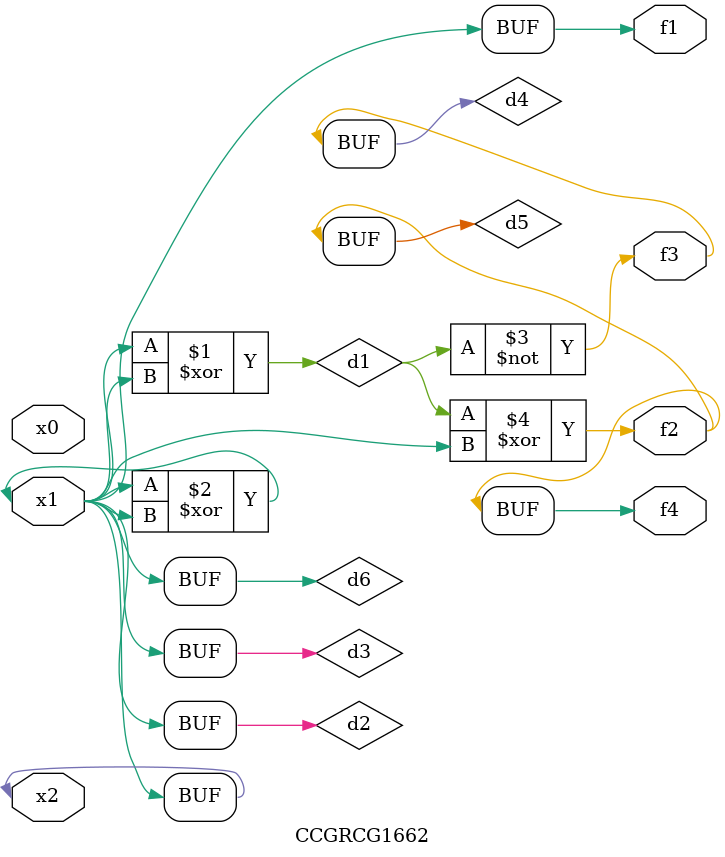
<source format=v>
module CCGRCG1662(
	input x0, x1, x2,
	output f1, f2, f3, f4
);

	wire d1, d2, d3, d4, d5, d6;

	xor (d1, x1, x2);
	buf (d2, x1, x2);
	xor (d3, x1, x2);
	nor (d4, d1);
	xor (d5, d1, d2);
	buf (d6, d2, d3);
	assign f1 = d6;
	assign f2 = d5;
	assign f3 = d4;
	assign f4 = d5;
endmodule

</source>
